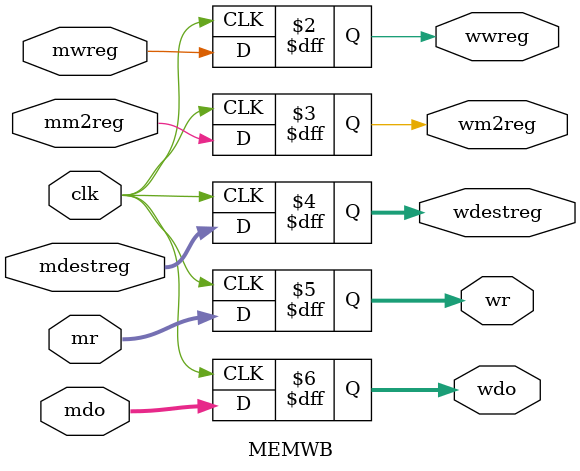
<source format=v>
`timescale 1ns / 1ps


module MEMWB(

    // Transfers data from MEM to WB stage.
    
    // INPUTS: Memory Access (MEM) Stage

    input wire clk,                                 // Clock
    input wire mwreg,                               // mwreg == 1: Write Date to Register
    input wire mm2reg,                              // mm2reg == 1: Write from Memory to Register (Load)
    input wire [4:0] mdestreg,                      // Destination Register
    input wire [31:0] mr,                           // Address in Data Memory
    input wire [31:0] mdo,                          // Data Read from Data Memory
    
    // OUTPUTS: Writeback (WB) Stage
    
    output reg wwreg,                               // wwreg == 1: Write Date to Register
    output reg wm2reg,                              // wm2reg == 1: Write from Memory to Register (Load)
    output reg [4:0] wdestreg,                      // Destination Register
    output reg [31:0] wr,                           // Address in Data Memory
    output reg [31:0] wdo                           // Data Read from Data Memory

    );
    
    always @(posedge clk) begin                     // Positive Clock Edge Trigger (0 -> 1)
    
        wwreg <= mwreg;
        wm2reg <= mm2reg;
        wdestreg <= mdestreg;
        wr <= mr;
        wdo <= mdo;
    
    end
    
endmodule

</source>
